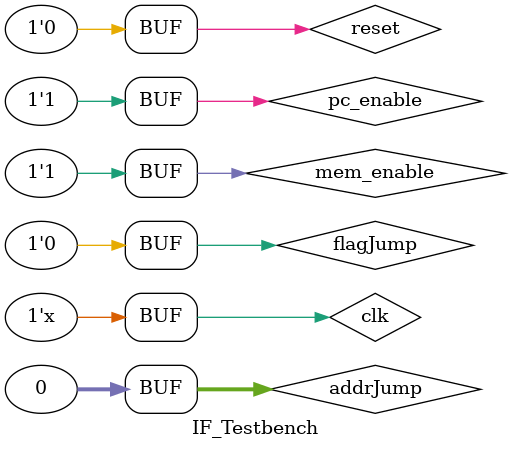
<source format=v>
`timescale 1ns / 1ps


module IF_Testbench(

    );
    
    
 reg    clk, flagJump, reset, mem_enable, pc_enable;  
 reg    [31:0] addrJump;
 wire   [31:0] o_instruction, o_pc; 
    
    
 InstructionFetch
 instfetch(
    .clk(clk),
    .reset(reset),
    .isPCSel(flagJump),
    .isPCWrite(pc_enable),
    .inPCJump(addrJump),
    .outInstruction(o_instruction),
    .outPC(o_pc) 
 );

    
    initial begin
    // PARTE 1 Cada ciclo de clock aumenta el PC y entrega la instruccion.
      clk           =   1'b0;
      reset         =   1'b1;
      #20  
      reset         =   1'b0;
      flagJump      =   1'b0;  // No es una instruccion de salto
      mem_enable    =   1'b1;
      pc_enable     =   1'b1;  // Va a cambiar con cada ciclo de clock. Si es cero es por que viene un stall.
      addrJump      =   32'b0; // No hay direccion de salto asi que no importa el valor.

    // PARTE 2 Viene instruccion de Salto.
      #50
      flagJump      =   1'b1;
      addrJump      =   32'b1010;
      #20
      flagJump      =   1'b0;
      #30
      flagJump      =   1'b1;
      addrJump      =   32'b10;
      #20
      flagJump      =   1'b0;
      
    // PARTE 3 Flag de stall del hazzard unit
      #50
      pc_enable     =   1'b0; // viene el stall
      addrJump      =   32'b0;
      // Genero Burbuja
      #50
      // Retoma 
      pc_enable     =   1'b1;
      
      
      
    end
    
    
 always #5 clk=~clk;  // Genero los ciclos de reloj
    
endmodule
</source>
